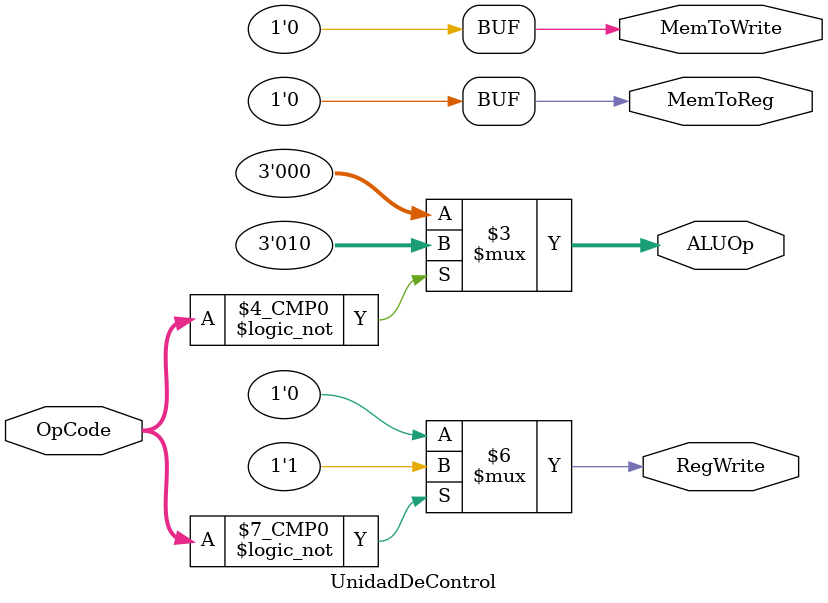
<source format=v>
module UnidadDeControl (
    input  wire [5:0]  OpCode,
    output reg         MemToReg,
    output reg         MemToWrite,
	output reg         RegWrite,
    output reg [2:0]   ALUOp
);
    always @(*) begin
        // Valores por defecto
        MemToReg  = 1'b0;
        MemToWrite  = 1'b0;
        ALUOp     = 3'b000;
        RegWrite  = 1'b0;
        case (OpCode)
            6'b000000: begin // Instuccion R
                RegWrite = 1'b1;
                ALUOp    = 3'b010;
            end
            default: begin
                // Aquí se pueden agregar otros opcodes
            end
        endcase
    end
endmodule

</source>
